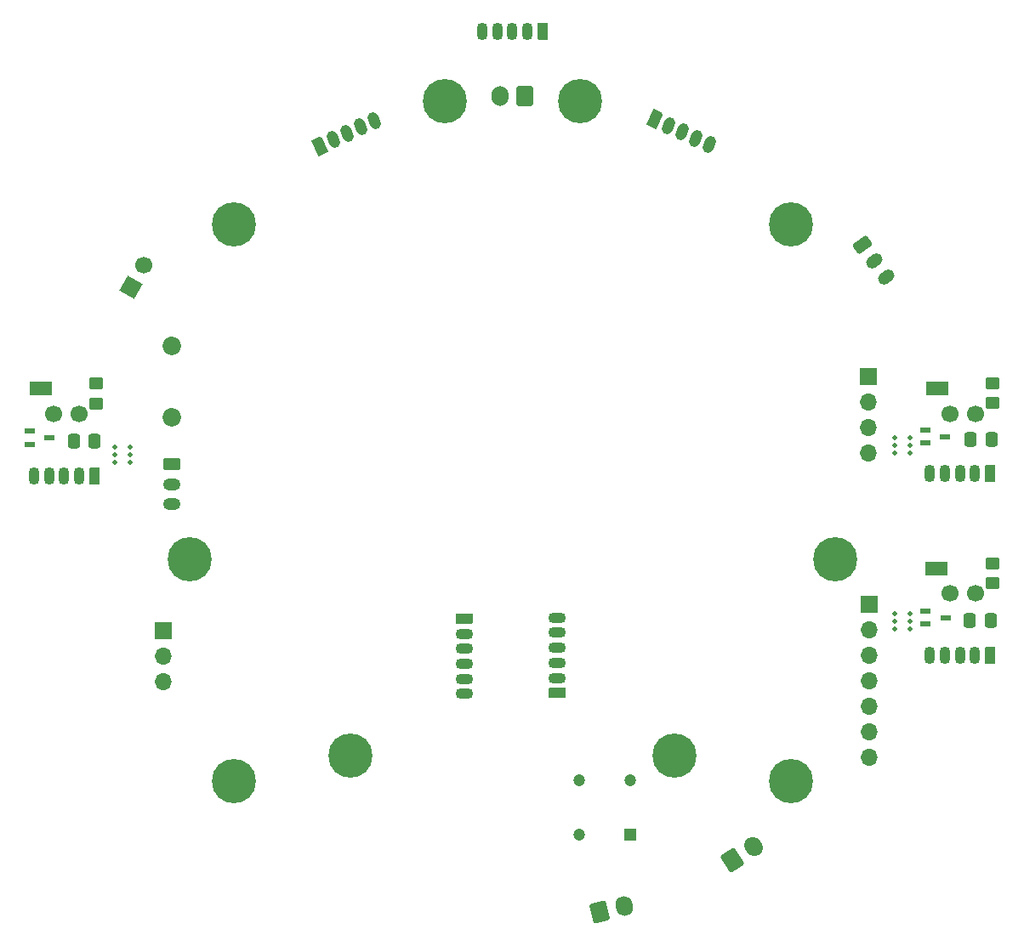
<source format=gbr>
%TF.GenerationSoftware,KiCad,Pcbnew,8.0.1*%
%TF.CreationDate,2024-04-29T04:15:04+02:00*%
%TF.ProjectId,PAMI-Power_Board,50414d49-2d50-46f7-9765-725f426f6172,rev?*%
%TF.SameCoordinates,Original*%
%TF.FileFunction,Soldermask,Bot*%
%TF.FilePolarity,Negative*%
%FSLAX46Y46*%
G04 Gerber Fmt 4.6, Leading zero omitted, Abs format (unit mm)*
G04 Created by KiCad (PCBNEW 8.0.1) date 2024-04-29 04:15:04*
%MOMM*%
%LPD*%
G01*
G04 APERTURE LIST*
G04 Aperture macros list*
%AMRoundRect*
0 Rectangle with rounded corners*
0 $1 Rounding radius*
0 $2 $3 $4 $5 $6 $7 $8 $9 X,Y pos of 4 corners*
0 Add a 4 corners polygon primitive as box body*
4,1,4,$2,$3,$4,$5,$6,$7,$8,$9,$2,$3,0*
0 Add four circle primitives for the rounded corners*
1,1,$1+$1,$2,$3*
1,1,$1+$1,$4,$5*
1,1,$1+$1,$6,$7*
1,1,$1+$1,$8,$9*
0 Add four rect primitives between the rounded corners*
20,1,$1+$1,$2,$3,$4,$5,0*
20,1,$1+$1,$4,$5,$6,$7,0*
20,1,$1+$1,$6,$7,$8,$9,0*
20,1,$1+$1,$8,$9,$2,$3,0*%
%AMHorizOval*
0 Thick line with rounded ends*
0 $1 width*
0 $2 $3 position (X,Y) of the first rounded end (center of the circle)*
0 $4 $5 position (X,Y) of the second rounded end (center of the circle)*
0 Add line between two ends*
20,1,$1,$2,$3,$4,$5,0*
0 Add two circle primitives to create the rounded ends*
1,1,$1,$2,$3*
1,1,$1,$4,$5*%
%AMRotRect*
0 Rectangle, with rotation*
0 The origin of the aperture is its center*
0 $1 length*
0 $2 width*
0 $3 Rotation angle, in degrees counterclockwise*
0 Add horizontal line*
21,1,$1,$2,0,0,$3*%
%AMOutline5P*
0 Free polygon, 5 corners , with rotation*
0 The origin of the aperture is its center*
0 number of corners: always 5*
0 $1 to $10 corner X, Y*
0 $11 Rotation angle, in degrees counterclockwise*
0 create outline with 5 corners*
4,1,5,$1,$2,$3,$4,$5,$6,$7,$8,$9,$10,$1,$2,$11*%
%AMOutline6P*
0 Free polygon, 6 corners , with rotation*
0 The origin of the aperture is its center*
0 number of corners: always 6*
0 $1 to $12 corner X, Y*
0 $13 Rotation angle, in degrees counterclockwise*
0 create outline with 6 corners*
4,1,6,$1,$2,$3,$4,$5,$6,$7,$8,$9,$10,$11,$12,$1,$2,$13*%
%AMOutline7P*
0 Free polygon, 7 corners , with rotation*
0 The origin of the aperture is its center*
0 number of corners: always 7*
0 $1 to $14 corner X, Y*
0 $15 Rotation angle, in degrees counterclockwise*
0 create outline with 7 corners*
4,1,7,$1,$2,$3,$4,$5,$6,$7,$8,$9,$10,$11,$12,$13,$14,$1,$2,$15*%
%AMOutline8P*
0 Free polygon, 8 corners , with rotation*
0 The origin of the aperture is its center*
0 number of corners: always 8*
0 $1 to $16 corner X, Y*
0 $17 Rotation angle, in degrees counterclockwise*
0 create outline with 8 corners*
4,1,8,$1,$2,$3,$4,$5,$6,$7,$8,$9,$10,$11,$12,$13,$14,$15,$16,$1,$2,$17*%
G04 Aperture macros list end*
%ADD10C,0.700000*%
%ADD11C,4.400000*%
%ADD12R,1.700000X1.700000*%
%ADD13O,1.700000X1.700000*%
%ADD14RoundRect,0.250000X-0.400736X-0.872875X0.763619X-0.582569X0.400736X0.872875X-0.763619X0.582569X0*%
%ADD15HorizOval,1.700000X-0.036288X0.145544X0.036288X-0.145544X0*%
%ADD16Outline5P,-0.550000X0.875000X0.330000X0.875000X0.550000X0.655000X0.550000X-0.875000X-0.550000X-0.875000X335.000000*%
%ADD17HorizOval,1.100000X-0.137351X-0.294550X0.137351X0.294550X0*%
%ADD18RoundRect,0.250000X-0.711360X-0.084210X-0.299911X-0.650522X0.711360X0.084210X0.299911X0.650522X0*%
%ADD19HorizOval,1.200000X-0.222480X-0.161641X0.222480X0.161641X0*%
%ADD20Outline5P,-0.550000X0.875000X0.330000X0.875000X0.550000X0.655000X0.550000X-0.875000X-0.550000X-0.875000X90.000000*%
%ADD21O,1.750000X1.100000*%
%ADD22R,1.200000X1.200000*%
%ADD23C,1.200000*%
%ADD24Outline5P,-0.550000X0.875000X0.330000X0.875000X0.550000X0.655000X0.550000X-0.875000X-0.550000X-0.875000X180.000000*%
%ADD25O,1.100000X1.750000*%
%ADD26C,1.700000*%
%ADD27Outline5P,-0.550000X0.875000X0.330000X0.875000X0.550000X0.655000X0.550000X-0.875000X-0.550000X-0.875000X25.000000*%
%ADD28HorizOval,1.100000X-0.137351X0.294550X0.137351X-0.294550X0*%
%ADD29C,0.500000*%
%ADD30Outline5P,-0.550000X0.875000X0.330000X0.875000X0.550000X0.655000X0.550000X-0.875000X-0.550000X-0.875000X270.000000*%
%ADD31RoundRect,0.250000X-0.625000X0.350000X-0.625000X-0.350000X0.625000X-0.350000X0.625000X0.350000X0*%
%ADD32O,1.750000X1.200000*%
%ADD33C,1.850000*%
%ADD34RoundRect,0.250000X0.600000X0.750000X-0.600000X0.750000X-0.600000X-0.750000X0.600000X-0.750000X0*%
%ADD35O,1.700000X2.000000*%
%ADD36RotRect,1.700000X1.700000X150.000000*%
%ADD37HorizOval,1.700000X0.000000X0.000000X0.000000X0.000000X0*%
%ADD38RoundRect,0.250000X-0.094723X-0.955786X0.911682X-0.302220X0.094723X0.955786X-0.911682X0.302220X0*%
%ADD39HorizOval,1.700000X-0.081696X0.125801X0.081696X-0.125801X0*%
%ADD40RoundRect,0.250000X-0.337500X-0.475000X0.337500X-0.475000X0.337500X0.475000X-0.337500X0.475000X0*%
%ADD41R,1.000000X0.500000*%
%ADD42R,2.200000X1.400000*%
%ADD43Outline5P,-0.550000X0.875000X0.550000X0.875000X0.550000X-0.655000X0.330000X-0.875000X-0.550000X-0.875000X180.000000*%
%ADD44RoundRect,0.250000X-0.450000X0.350000X-0.450000X-0.350000X0.450000X-0.350000X0.450000X0.350000X0*%
G04 APERTURE END LIST*
D10*
%TO.C,H9*%
X130387844Y-117258356D03*
X130871118Y-116091630D03*
X130871118Y-118425082D03*
X132037844Y-115608356D03*
D11*
X132037844Y-117258356D03*
D10*
X132037844Y-118908356D03*
X133204570Y-116091630D03*
X133204570Y-118425082D03*
X133687844Y-117258356D03*
%TD*%
%TO.C,H10*%
X114387844Y-97758356D03*
X114871118Y-96591630D03*
X114871118Y-98925082D03*
X116037844Y-96108356D03*
D11*
X116037844Y-97758356D03*
D10*
X116037844Y-99408356D03*
X117204570Y-96591630D03*
X117204570Y-98925082D03*
X117687844Y-97758356D03*
%TD*%
D12*
%TO.C,J16*%
X183650000Y-79570000D03*
D13*
X183650000Y-82110000D03*
X183650000Y-84650000D03*
X183650000Y-87190000D03*
%TD*%
D14*
%TO.C,J2*%
X156880122Y-132892999D03*
D15*
X159305862Y-132288194D03*
%TD*%
D16*
%TO.C,J9*%
X162342285Y-53912059D03*
D17*
X163701746Y-54545986D03*
X165061208Y-55179913D03*
X166420670Y-55813841D03*
X167780131Y-56447768D03*
%TD*%
D18*
%TO.C,J14*%
X183028686Y-66423286D03*
D19*
X184204257Y-68041322D03*
X185379827Y-69659355D03*
%TD*%
D10*
%TO.C,H3*%
X118780001Y-119862278D03*
X119263275Y-118695552D03*
X119263275Y-121029004D03*
X120430001Y-118212278D03*
D11*
X120430001Y-119862278D03*
D10*
X120430001Y-121512278D03*
X121596727Y-118695552D03*
X121596727Y-121029004D03*
X122080001Y-119862278D03*
%TD*%
D20*
%TO.C,J3*%
X152630000Y-111060000D03*
D21*
X152630000Y-109560000D03*
X152630000Y-108060000D03*
X152630000Y-106560000D03*
X152630000Y-105060000D03*
X152630000Y-103560000D03*
%TD*%
D22*
%TO.C,K1*%
X159890000Y-125190000D03*
D23*
X159890000Y-119790000D03*
X154810000Y-119790000D03*
X154810000Y-125190000D03*
%TD*%
D10*
%TO.C,H7*%
X178672157Y-97758356D03*
X179155431Y-96591630D03*
X179155431Y-98925082D03*
X180322157Y-96108356D03*
D11*
X180322157Y-97758356D03*
D10*
X180322157Y-99408356D03*
X181488883Y-96591630D03*
X181488883Y-98925082D03*
X181972157Y-97758356D03*
%TD*%
%TO.C,H6*%
X153261001Y-52112278D03*
X153744275Y-50945552D03*
X153744275Y-53279004D03*
X154911001Y-50462278D03*
D11*
X154911001Y-52112278D03*
D10*
X154911001Y-53762278D03*
X156077727Y-50945552D03*
X156077727Y-53279004D03*
X156561001Y-52112278D03*
%TD*%
D24*
%TO.C,J8*%
X151170000Y-45120000D03*
D25*
X149670000Y-45120000D03*
X148170000Y-45120000D03*
X146670000Y-45120000D03*
X145170000Y-45120000D03*
%TD*%
D26*
%TO.C,LED3*%
X191740000Y-101120000D03*
X194280000Y-101120000D03*
%TD*%
D12*
%TO.C,J10*%
X183680000Y-102190000D03*
D13*
X183680000Y-104730000D03*
X183680000Y-107270000D03*
X183680000Y-109810000D03*
X183680000Y-112350000D03*
X183680000Y-114890000D03*
X183680000Y-117430000D03*
%TD*%
D10*
%TO.C,H1*%
X118780001Y-64362278D03*
X119263275Y-63195552D03*
X119263275Y-65529004D03*
X120430001Y-62712278D03*
D11*
X120430001Y-64362278D03*
D10*
X120430001Y-66012278D03*
X121596727Y-63195552D03*
X121596727Y-65529004D03*
X122080001Y-64362278D03*
%TD*%
D27*
%TO.C,J7*%
X129012153Y-56585710D03*
D28*
X130371615Y-55951782D03*
X131731076Y-55317855D03*
X133090538Y-54683928D03*
X134450000Y-54050000D03*
%TD*%
D29*
%TO.C,mouse-bite-2mm-slot*%
X186250000Y-87140000D03*
X187750000Y-87140000D03*
X186250000Y-86390000D03*
X187750000Y-86390000D03*
X186250000Y-85640000D03*
X187750000Y-85640000D03*
%TD*%
%TO.C,mouse-bite-2mm-slot*%
X108620000Y-88060000D03*
X110120000Y-88060000D03*
X108620000Y-87310000D03*
X110120000Y-87310000D03*
X108620000Y-86560000D03*
X110120000Y-86560000D03*
%TD*%
D30*
%TO.C,J12*%
X143400000Y-103650000D03*
D21*
X143400000Y-105150000D03*
X143400000Y-106650000D03*
X143400000Y-108150000D03*
X143400000Y-109650000D03*
X143400000Y-111150000D03*
%TD*%
D31*
%TO.C,J11*%
X114270000Y-88270000D03*
D32*
X114270000Y-90270000D03*
X114270000Y-92270000D03*
%TD*%
D10*
%TO.C,H8*%
X162672157Y-117258356D03*
X163155431Y-116091630D03*
X163155431Y-118425082D03*
X164322157Y-115608356D03*
D11*
X164322157Y-117258356D03*
D10*
X164322157Y-118908356D03*
X165488883Y-116091630D03*
X165488883Y-118425082D03*
X165972157Y-117258356D03*
%TD*%
D26*
%TO.C,LED1*%
X191780000Y-83285000D03*
X194320000Y-83285000D03*
%TD*%
D33*
%TO.C,J6*%
X114290000Y-76455000D03*
X114290000Y-83605000D03*
%TD*%
D12*
%TO.C,J17*%
X113430000Y-104810000D03*
D13*
X113430000Y-107350000D03*
X113430000Y-109890000D03*
%TD*%
D10*
%TO.C,H4*%
X174280001Y-119862278D03*
X174763275Y-118695552D03*
X174763275Y-121029004D03*
X175930001Y-118212278D03*
D11*
X175930001Y-119862278D03*
D10*
X175930001Y-121512278D03*
X177096727Y-118695552D03*
X177096727Y-121029004D03*
X177580001Y-119862278D03*
%TD*%
D34*
%TO.C,J20*%
X149430000Y-51560000D03*
D35*
X146930000Y-51560000D03*
%TD*%
D26*
%TO.C,LED2*%
X102534851Y-83270040D03*
X105074851Y-83270040D03*
%TD*%
D10*
%TO.C,H5*%
X139799001Y-52112278D03*
X140282275Y-50945552D03*
X140282275Y-53279004D03*
X141449001Y-50462278D03*
D11*
X141449001Y-52112278D03*
D10*
X141449001Y-53762278D03*
X142615727Y-50945552D03*
X142615727Y-53279004D03*
X143099001Y-52112278D03*
%TD*%
D29*
%TO.C,mouse-bite-2mm-slot*%
X186250000Y-104640000D03*
X187750000Y-104640000D03*
X186250000Y-103890000D03*
X187750000Y-103890000D03*
X186250000Y-103140000D03*
X187750000Y-103140000D03*
%TD*%
D36*
%TO.C,J15*%
X110233349Y-70650032D03*
D37*
X111503349Y-68450327D03*
%TD*%
D10*
%TO.C,H2*%
X174280001Y-64362278D03*
X174763275Y-63195552D03*
X174763275Y-65529004D03*
X175930001Y-62712278D03*
D11*
X175930001Y-64362278D03*
D10*
X175930001Y-66012278D03*
X177096727Y-63195552D03*
X177096727Y-65529004D03*
X177580001Y-64362278D03*
%TD*%
D38*
%TO.C,J1*%
X170105727Y-127720497D03*
D39*
X172202403Y-126358900D03*
%TD*%
D40*
%TO.C,C11*%
X104527351Y-85970040D03*
X106602351Y-85970040D03*
%TD*%
D41*
%TO.C,Q2*%
X100110000Y-86280000D03*
X100110000Y-84980000D03*
X102110000Y-85630000D03*
%TD*%
D42*
%TO.C,TPIR-LED3*%
X190380000Y-98650000D03*
%TD*%
D43*
%TO.C,J5*%
X106564851Y-89400040D03*
D25*
X105064851Y-89400040D03*
X103564851Y-89400040D03*
X102064851Y-89400040D03*
X100564851Y-89400040D03*
%TD*%
D43*
%TO.C,J4*%
X195750000Y-89225000D03*
D25*
X194250003Y-89225002D03*
X192750001Y-89225003D03*
X191250001Y-89225002D03*
X189750003Y-89225002D03*
%TD*%
D44*
%TO.C,R13*%
X195980000Y-98130000D03*
X195980000Y-100130000D03*
%TD*%
D42*
%TO.C,TPIR-LED1*%
X190470000Y-80725000D03*
%TD*%
D40*
%TO.C,C10*%
X193822500Y-85815000D03*
X195897500Y-85815000D03*
%TD*%
D43*
%TO.C,J13*%
X195729999Y-107340000D03*
D25*
X194230000Y-107340000D03*
X192730000Y-107340000D03*
X191229999Y-107340000D03*
X189730000Y-107340000D03*
%TD*%
D41*
%TO.C,Q3*%
X189290000Y-104210000D03*
X189290000Y-102910000D03*
X191290000Y-103560000D03*
%TD*%
D44*
%TO.C,R12*%
X106740000Y-80250000D03*
X106740000Y-82250000D03*
%TD*%
D40*
%TO.C,C12*%
X193732500Y-103810000D03*
X195807500Y-103810000D03*
%TD*%
D42*
%TO.C,TPIR-LED2*%
X101224851Y-80720040D03*
%TD*%
D41*
%TO.C,Q1*%
X189260000Y-86180000D03*
X189260000Y-84880000D03*
X191260000Y-85530000D03*
%TD*%
D44*
%TO.C,R11*%
X196000000Y-80190000D03*
X196000000Y-82190000D03*
%TD*%
M02*

</source>
